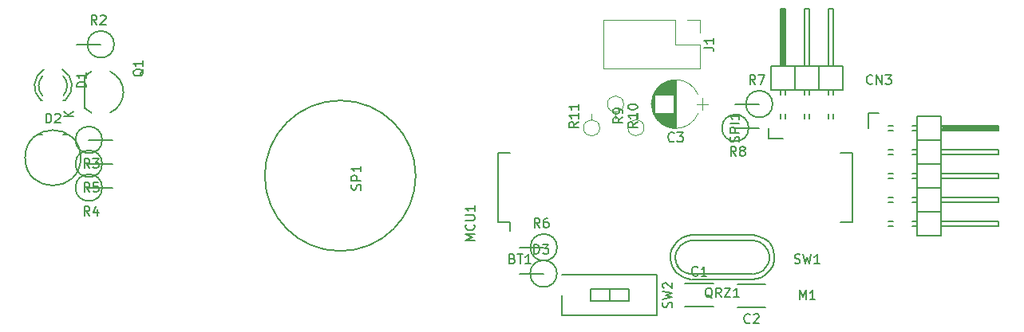
<source format=gbr>
G04 #@! TF.FileFunction,Legend,Top*
%FSLAX46Y46*%
G04 Gerber Fmt 4.6, Leading zero omitted, Abs format (unit mm)*
G04 Created by KiCad (PCBNEW 4.0.7-e2-6376~58~ubuntu14.04.1) date Tue Jan 30 14:29:15 2018*
%MOMM*%
%LPD*%
G01*
G04 APERTURE LIST*
%ADD10C,0.100000*%
%ADD11C,0.150000*%
%ADD12C,0.120000*%
G04 APERTURE END LIST*
D10*
D11*
X134370000Y-109875000D02*
X137370000Y-109875000D01*
X137370000Y-112375000D02*
X134370000Y-112375000D01*
X142921800Y-112425800D02*
X139921800Y-112425800D01*
X139921800Y-109925800D02*
X142921800Y-109925800D01*
X156464000Y-103759000D02*
X155956000Y-103759000D01*
X156464000Y-103251000D02*
X155956000Y-103251000D01*
X156464000Y-101219000D02*
X155956000Y-101219000D01*
X156464000Y-100711000D02*
X155956000Y-100711000D01*
X156464000Y-93091000D02*
X155956000Y-93091000D01*
X156464000Y-93599000D02*
X155956000Y-93599000D01*
X156464000Y-98679000D02*
X155956000Y-98679000D01*
X156464000Y-98171000D02*
X155956000Y-98171000D01*
X156464000Y-96139000D02*
X155956000Y-96139000D01*
X156464000Y-95631000D02*
X155956000Y-95631000D01*
X159004000Y-103759000D02*
X158496000Y-103759000D01*
X159004000Y-103251000D02*
X158496000Y-103251000D01*
X159004000Y-93091000D02*
X158496000Y-93091000D01*
X159004000Y-93599000D02*
X158496000Y-93599000D01*
X159004000Y-95631000D02*
X158496000Y-95631000D01*
X159004000Y-96139000D02*
X158496000Y-96139000D01*
X159004000Y-101219000D02*
X158496000Y-101219000D01*
X159004000Y-100711000D02*
X158496000Y-100711000D01*
X159004000Y-98679000D02*
X158496000Y-98679000D01*
X159004000Y-98171000D02*
X158496000Y-98171000D01*
X154940000Y-91795000D02*
X153790000Y-91795000D01*
X153790000Y-91795000D02*
X153790000Y-93345000D01*
X161544000Y-93218000D02*
X167513000Y-93218000D01*
X167513000Y-93218000D02*
X167513000Y-93472000D01*
X167513000Y-93472000D02*
X161671000Y-93472000D01*
X161671000Y-93472000D02*
X161671000Y-93345000D01*
X161671000Y-93345000D02*
X167513000Y-93345000D01*
X159004000Y-102235000D02*
X161544000Y-102235000D01*
X159004000Y-102235000D02*
X159004000Y-104775000D01*
X161544000Y-103251000D02*
X167640000Y-103251000D01*
X167640000Y-103251000D02*
X167640000Y-103759000D01*
X167640000Y-103759000D02*
X161544000Y-103759000D01*
X161544000Y-104775000D02*
X161544000Y-102235000D01*
X159004000Y-104775000D02*
X161544000Y-104775000D01*
X159004000Y-97155000D02*
X161544000Y-97155000D01*
X159004000Y-97155000D02*
X159004000Y-99695000D01*
X159004000Y-99695000D02*
X161544000Y-99695000D01*
X161544000Y-98171000D02*
X167640000Y-98171000D01*
X167640000Y-98171000D02*
X167640000Y-98679000D01*
X167640000Y-98679000D02*
X161544000Y-98679000D01*
X161544000Y-99695000D02*
X161544000Y-97155000D01*
X161544000Y-102235000D02*
X161544000Y-99695000D01*
X167640000Y-101219000D02*
X161544000Y-101219000D01*
X167640000Y-100711000D02*
X167640000Y-101219000D01*
X161544000Y-100711000D02*
X167640000Y-100711000D01*
X159004000Y-102235000D02*
X161544000Y-102235000D01*
X159004000Y-99695000D02*
X159004000Y-102235000D01*
X159004000Y-99695000D02*
X161544000Y-99695000D01*
X159004000Y-94615000D02*
X161544000Y-94615000D01*
X159004000Y-94615000D02*
X159004000Y-97155000D01*
X159004000Y-97155000D02*
X161544000Y-97155000D01*
X161544000Y-95631000D02*
X167640000Y-95631000D01*
X167640000Y-95631000D02*
X167640000Y-96139000D01*
X167640000Y-96139000D02*
X161544000Y-96139000D01*
X161544000Y-97155000D02*
X161544000Y-94615000D01*
X161544000Y-94615000D02*
X161544000Y-92075000D01*
X167640000Y-93599000D02*
X161544000Y-93599000D01*
X167640000Y-93091000D02*
X167640000Y-93599000D01*
X161544000Y-93091000D02*
X167640000Y-93091000D01*
X159004000Y-94615000D02*
X161544000Y-94615000D01*
X159004000Y-92075000D02*
X159004000Y-94615000D01*
X159004000Y-92075000D02*
X161544000Y-92075000D01*
X68624000Y-90369000D02*
X68424000Y-90369000D01*
X66030000Y-90369000D02*
X66210000Y-90369000D01*
X66340357Y-87141256D02*
G75*
G03X66024000Y-90369000I1003643J-1727744D01*
G01*
X66210932Y-87816994D02*
G75*
G03X66210000Y-89920000I1133068J-1052006D01*
G01*
X68650726Y-90356220D02*
G75*
G03X68304000Y-87119000I-1306726J1497220D01*
G01*
X68423253Y-89882889D02*
G75*
G03X68404000Y-87835000I-1079253J1013889D01*
G01*
X66210000Y-94020000D02*
X65760000Y-94020000D01*
X70260000Y-96520000D02*
G75*
G03X70260000Y-96520000I-2950000J0D01*
G01*
X68410000Y-94020000D02*
X68860000Y-94020000D01*
X114545000Y-103370000D02*
X115815000Y-103370000D01*
X114545000Y-96020000D02*
X115815000Y-96020000D01*
X152155000Y-96020000D02*
X150885000Y-96020000D01*
X152155000Y-103370000D02*
X150885000Y-103370000D01*
X114545000Y-103370000D02*
X114545000Y-96020000D01*
X152155000Y-103370000D02*
X152155000Y-96020000D01*
X115815000Y-103370000D02*
X115815000Y-104305000D01*
X71393010Y-87347305D02*
G75*
G03X70690000Y-87835000I996990J-2187695D01*
G01*
X71393010Y-91722695D02*
G75*
G02X70690000Y-91235000I996990J2187695D01*
G01*
X70690000Y-87835000D02*
X70690000Y-91235000D01*
X73383127Y-87350121D02*
G75*
G02X74790000Y-89535000I-993127J-2184879D01*
G01*
X73383127Y-91719879D02*
G75*
G03X74790000Y-89535000I-993127J2184879D01*
G01*
X133629400Y-108087160D02*
X133428740Y-107685840D01*
X133428740Y-107685840D02*
X133327140Y-107086400D01*
X133327140Y-107086400D02*
X133428740Y-106586020D01*
X133428740Y-106586020D02*
X133827520Y-105887520D01*
X133827520Y-105887520D02*
X134429500Y-105486200D01*
X134429500Y-105486200D02*
X135028940Y-105285540D01*
X135028940Y-105285540D02*
X141627860Y-105285540D01*
X141627860Y-105285540D02*
X142328900Y-105486200D01*
X142328900Y-105486200D02*
X142727680Y-105785920D01*
X142727680Y-105785920D02*
X143129000Y-106286300D01*
X143129000Y-106286300D02*
X143329660Y-106885740D01*
X143329660Y-106885740D02*
X143329660Y-107386120D01*
X143329660Y-107386120D02*
X143129000Y-107886500D01*
X143129000Y-107886500D02*
X142628620Y-108485940D01*
X142628620Y-108485940D02*
X142128240Y-108785660D01*
X142128240Y-108785660D02*
X141627860Y-108887260D01*
X141528800Y-108887260D02*
X134927340Y-108887260D01*
X134927340Y-108887260D02*
X134528560Y-108785660D01*
X134528560Y-108785660D02*
X134028180Y-108485940D01*
X134028180Y-108485940D02*
X133527800Y-107985560D01*
X141518640Y-109415580D02*
X141978380Y-109367320D01*
X141978380Y-109367320D02*
X142377160Y-109255560D01*
X142377160Y-109255560D02*
X142808960Y-109037120D01*
X142808960Y-109037120D02*
X143098520Y-108805980D01*
X143098520Y-108805980D02*
X143428720Y-108455460D01*
X143428720Y-108455460D02*
X143718280Y-107916980D01*
X143718280Y-107916980D02*
X143847820Y-107317540D01*
X143847820Y-107317540D02*
X143847820Y-106807000D01*
X143847820Y-106807000D02*
X143677640Y-106105960D01*
X143677640Y-106105960D02*
X143278860Y-105516680D01*
X143278860Y-105516680D02*
X142819120Y-105145840D01*
X142819120Y-105145840D02*
X142397480Y-104937560D01*
X142397480Y-104937560D02*
X141947900Y-104777540D01*
X141947900Y-104777540D02*
X141508480Y-104747060D01*
X134167880Y-104965500D02*
X133789420Y-105186480D01*
X133789420Y-105186480D02*
X133469380Y-105465880D01*
X133469380Y-105465880D02*
X133217920Y-105796080D01*
X133217920Y-105796080D02*
X132918200Y-106347260D01*
X132918200Y-106347260D02*
X132808980Y-106817160D01*
X132808980Y-106817160D02*
X132788660Y-107276900D01*
X132788660Y-107276900D02*
X132877560Y-107736640D01*
X132877560Y-107736640D02*
X133068060Y-108186220D01*
X133068060Y-108186220D02*
X133428740Y-108656120D01*
X133428740Y-108656120D02*
X133779260Y-108976160D01*
X133779260Y-108976160D02*
X134167880Y-109207300D01*
X134167880Y-109207300D02*
X134597140Y-109347000D01*
X134597140Y-109347000D02*
X135039100Y-109415580D01*
X141528800Y-104757220D02*
X135077200Y-104757220D01*
X135077200Y-104757220D02*
X134658100Y-104795320D01*
X134658100Y-104795320D02*
X134167880Y-104965500D01*
X141528800Y-109415580D02*
X135077200Y-109415580D01*
X72390000Y-84455000D02*
X69850000Y-84455000D01*
X73809903Y-84455000D02*
G75*
G03X73809903Y-84455000I-1419903J0D01*
G01*
X71120000Y-94615000D02*
X73660000Y-94615000D01*
X72539903Y-94615000D02*
G75*
G03X72539903Y-94615000I-1419903J0D01*
G01*
X71120000Y-99695000D02*
X73660000Y-99695000D01*
X72539903Y-99695000D02*
G75*
G03X72539903Y-99695000I-1419903J0D01*
G01*
X71120000Y-97155000D02*
X73660000Y-97155000D01*
X72539903Y-97155000D02*
G75*
G03X72539903Y-97155000I-1419903J0D01*
G01*
X119380000Y-106045000D02*
X116840000Y-106045000D01*
X120799903Y-106045000D02*
G75*
G03X120799903Y-106045000I-1419903J0D01*
G01*
X142240000Y-90805000D02*
X139700000Y-90805000D01*
X143659903Y-90805000D02*
G75*
G03X143659903Y-90805000I-1419903J0D01*
G01*
X139700000Y-93345000D02*
X142240000Y-93345000D01*
X141119903Y-93345000D02*
G75*
G03X141119903Y-93345000I-1419903J0D01*
G01*
X105794871Y-98425000D02*
G75*
G03X105794871Y-98425000I-8004871J0D01*
G01*
X150114000Y-91821000D02*
X150114000Y-92329000D01*
X149606000Y-91821000D02*
X149606000Y-92329000D01*
X147574000Y-91821000D02*
X147574000Y-92329000D01*
X147066000Y-91821000D02*
X147066000Y-92329000D01*
X145034000Y-91821000D02*
X145034000Y-92329000D01*
X144526000Y-91821000D02*
X144526000Y-92329000D01*
X147066000Y-89281000D02*
X147066000Y-89789000D01*
X147574000Y-89281000D02*
X147574000Y-89789000D01*
X149606000Y-89281000D02*
X149606000Y-89789000D01*
X150114000Y-89281000D02*
X150114000Y-89789000D01*
X144526000Y-89281000D02*
X144526000Y-89789000D01*
X145034000Y-89281000D02*
X145034000Y-89789000D01*
X143230000Y-93345000D02*
X143230000Y-94495000D01*
X143230000Y-94495000D02*
X144780000Y-94495000D01*
X144653000Y-86741000D02*
X144653000Y-80772000D01*
X144653000Y-80772000D02*
X144907000Y-80772000D01*
X144907000Y-80772000D02*
X144907000Y-86614000D01*
X144907000Y-86614000D02*
X144780000Y-86614000D01*
X144780000Y-86614000D02*
X144780000Y-80772000D01*
X146050000Y-89281000D02*
X148590000Y-89281000D01*
X148590000Y-89281000D02*
X148590000Y-86741000D01*
X147066000Y-86741000D02*
X147066000Y-80645000D01*
X147066000Y-80645000D02*
X147574000Y-80645000D01*
X147574000Y-80645000D02*
X147574000Y-86741000D01*
X148590000Y-86741000D02*
X146050000Y-86741000D01*
X151130000Y-89281000D02*
X151130000Y-86741000D01*
X151130000Y-86741000D02*
X148590000Y-86741000D01*
X150114000Y-80645000D02*
X150114000Y-86741000D01*
X149606000Y-80645000D02*
X150114000Y-80645000D01*
X149606000Y-86741000D02*
X149606000Y-80645000D01*
X151130000Y-89281000D02*
X151130000Y-86741000D01*
X148590000Y-89281000D02*
X151130000Y-89281000D01*
X148590000Y-89281000D02*
X148590000Y-86741000D01*
X146050000Y-89281000D02*
X146050000Y-86741000D01*
X146050000Y-86741000D02*
X143510000Y-86741000D01*
X145034000Y-80645000D02*
X145034000Y-86741000D01*
X144526000Y-80645000D02*
X145034000Y-80645000D01*
X144526000Y-86741000D02*
X144526000Y-80645000D01*
X146050000Y-89281000D02*
X146050000Y-86741000D01*
X143510000Y-89281000D02*
X146050000Y-89281000D01*
X143510000Y-89281000D02*
X143510000Y-86741000D01*
X131385000Y-108975000D02*
X131385000Y-113275000D01*
X121345000Y-111125000D02*
X121345000Y-113275000D01*
X131385000Y-108975000D02*
X121345000Y-108975000D01*
X131385000Y-113275000D02*
X121345000Y-113275000D01*
X126365000Y-110485000D02*
X126365000Y-111765000D01*
X128395000Y-110485000D02*
X124335000Y-110485000D01*
X124335000Y-110485000D02*
X124335000Y-111765000D01*
X124335000Y-111765000D02*
X128395000Y-111765000D01*
X128395000Y-111765000D02*
X128395000Y-110485000D01*
X119354600Y-108839000D02*
X116814600Y-108839000D01*
X120774503Y-108839000D02*
G75*
G03X120774503Y-108839000I-1419903J0D01*
G01*
D12*
X133350000Y-81855000D02*
X125670000Y-81855000D01*
X125670000Y-81855000D02*
X125670000Y-87055000D01*
X125670000Y-87055000D02*
X135950000Y-87055000D01*
X135950000Y-87055000D02*
X135950000Y-84455000D01*
X135950000Y-84455000D02*
X133350000Y-84455000D01*
X133350000Y-84455000D02*
X133350000Y-81855000D01*
X134620000Y-81855000D02*
X135950000Y-81855000D01*
X135950000Y-81855000D02*
X135950000Y-83185000D01*
X130019000Y-93319600D02*
G75*
G03X130019000Y-93319600I-860000J0D01*
G01*
X129159000Y-92459600D02*
X129159000Y-91779600D01*
X127860000Y-90805000D02*
G75*
G03X127860000Y-90805000I-860000J0D01*
G01*
X127000000Y-91665000D02*
X127000000Y-92345000D01*
X125320000Y-93345000D02*
G75*
G03X125320000Y-93345000I-860000J0D01*
G01*
X124460000Y-92485000D02*
X124460000Y-91805000D01*
X133370000Y-93355000D02*
X133370000Y-88255000D01*
X133330000Y-93355000D02*
X133330000Y-88255000D01*
X133290000Y-93354000D02*
X133290000Y-88256000D01*
X133250000Y-93353000D02*
X133250000Y-88257000D01*
X133210000Y-93351000D02*
X133210000Y-88259000D01*
X133170000Y-93348000D02*
X133170000Y-88262000D01*
X133130000Y-93344000D02*
X133130000Y-88266000D01*
X133090000Y-93340000D02*
X133090000Y-91785000D01*
X133090000Y-89825000D02*
X133090000Y-88270000D01*
X133050000Y-93336000D02*
X133050000Y-91785000D01*
X133050000Y-89825000D02*
X133050000Y-88274000D01*
X133010000Y-93330000D02*
X133010000Y-91785000D01*
X133010000Y-89825000D02*
X133010000Y-88280000D01*
X132970000Y-93324000D02*
X132970000Y-91785000D01*
X132970000Y-89825000D02*
X132970000Y-88286000D01*
X132930000Y-93318000D02*
X132930000Y-91785000D01*
X132930000Y-89825000D02*
X132930000Y-88292000D01*
X132890000Y-93311000D02*
X132890000Y-91785000D01*
X132890000Y-89825000D02*
X132890000Y-88299000D01*
X132850000Y-93303000D02*
X132850000Y-91785000D01*
X132850000Y-89825000D02*
X132850000Y-88307000D01*
X132810000Y-93294000D02*
X132810000Y-91785000D01*
X132810000Y-89825000D02*
X132810000Y-88316000D01*
X132770000Y-93285000D02*
X132770000Y-91785000D01*
X132770000Y-89825000D02*
X132770000Y-88325000D01*
X132730000Y-93275000D02*
X132730000Y-91785000D01*
X132730000Y-89825000D02*
X132730000Y-88335000D01*
X132690000Y-93265000D02*
X132690000Y-91785000D01*
X132690000Y-89825000D02*
X132690000Y-88345000D01*
X132649000Y-93253000D02*
X132649000Y-91785000D01*
X132649000Y-89825000D02*
X132649000Y-88357000D01*
X132609000Y-93241000D02*
X132609000Y-91785000D01*
X132609000Y-89825000D02*
X132609000Y-88369000D01*
X132569000Y-93229000D02*
X132569000Y-91785000D01*
X132569000Y-89825000D02*
X132569000Y-88381000D01*
X132529000Y-93215000D02*
X132529000Y-91785000D01*
X132529000Y-89825000D02*
X132529000Y-88395000D01*
X132489000Y-93201000D02*
X132489000Y-91785000D01*
X132489000Y-89825000D02*
X132489000Y-88409000D01*
X132449000Y-93187000D02*
X132449000Y-91785000D01*
X132449000Y-89825000D02*
X132449000Y-88423000D01*
X132409000Y-93171000D02*
X132409000Y-91785000D01*
X132409000Y-89825000D02*
X132409000Y-88439000D01*
X132369000Y-93155000D02*
X132369000Y-91785000D01*
X132369000Y-89825000D02*
X132369000Y-88455000D01*
X132329000Y-93138000D02*
X132329000Y-91785000D01*
X132329000Y-89825000D02*
X132329000Y-88472000D01*
X132289000Y-93120000D02*
X132289000Y-91785000D01*
X132289000Y-89825000D02*
X132289000Y-88490000D01*
X132249000Y-93101000D02*
X132249000Y-91785000D01*
X132249000Y-89825000D02*
X132249000Y-88509000D01*
X132209000Y-93081000D02*
X132209000Y-91785000D01*
X132209000Y-89825000D02*
X132209000Y-88529000D01*
X132169000Y-93061000D02*
X132169000Y-91785000D01*
X132169000Y-89825000D02*
X132169000Y-88549000D01*
X132129000Y-93039000D02*
X132129000Y-91785000D01*
X132129000Y-89825000D02*
X132129000Y-88571000D01*
X132089000Y-93017000D02*
X132089000Y-91785000D01*
X132089000Y-89825000D02*
X132089000Y-88593000D01*
X132049000Y-92994000D02*
X132049000Y-91785000D01*
X132049000Y-89825000D02*
X132049000Y-88616000D01*
X132009000Y-92970000D02*
X132009000Y-91785000D01*
X132009000Y-89825000D02*
X132009000Y-88640000D01*
X131969000Y-92945000D02*
X131969000Y-91785000D01*
X131969000Y-89825000D02*
X131969000Y-88665000D01*
X131929000Y-92918000D02*
X131929000Y-91785000D01*
X131929000Y-89825000D02*
X131929000Y-88692000D01*
X131889000Y-92891000D02*
X131889000Y-91785000D01*
X131889000Y-89825000D02*
X131889000Y-88719000D01*
X131849000Y-92863000D02*
X131849000Y-91785000D01*
X131849000Y-89825000D02*
X131849000Y-88747000D01*
X131809000Y-92833000D02*
X131809000Y-91785000D01*
X131809000Y-89825000D02*
X131809000Y-88777000D01*
X131769000Y-92802000D02*
X131769000Y-91785000D01*
X131769000Y-89825000D02*
X131769000Y-88808000D01*
X131729000Y-92770000D02*
X131729000Y-91785000D01*
X131729000Y-89825000D02*
X131729000Y-88840000D01*
X131689000Y-92737000D02*
X131689000Y-91785000D01*
X131689000Y-89825000D02*
X131689000Y-88873000D01*
X131649000Y-92702000D02*
X131649000Y-91785000D01*
X131649000Y-89825000D02*
X131649000Y-88908000D01*
X131609000Y-92666000D02*
X131609000Y-91785000D01*
X131609000Y-89825000D02*
X131609000Y-88944000D01*
X131569000Y-92628000D02*
X131569000Y-91785000D01*
X131569000Y-89825000D02*
X131569000Y-88982000D01*
X131529000Y-92588000D02*
X131529000Y-91785000D01*
X131529000Y-89825000D02*
X131529000Y-89022000D01*
X131489000Y-92547000D02*
X131489000Y-91785000D01*
X131489000Y-89825000D02*
X131489000Y-89063000D01*
X131449000Y-92504000D02*
X131449000Y-91785000D01*
X131449000Y-89825000D02*
X131449000Y-89106000D01*
X131409000Y-92459000D02*
X131409000Y-91785000D01*
X131409000Y-89825000D02*
X131409000Y-89151000D01*
X131369000Y-92411000D02*
X131369000Y-91785000D01*
X131369000Y-89825000D02*
X131369000Y-89199000D01*
X131329000Y-92361000D02*
X131329000Y-91785000D01*
X131329000Y-89825000D02*
X131329000Y-89249000D01*
X131289000Y-92309000D02*
X131289000Y-91785000D01*
X131289000Y-89825000D02*
X131289000Y-89301000D01*
X131249000Y-92253000D02*
X131249000Y-91785000D01*
X131249000Y-89825000D02*
X131249000Y-89357000D01*
X131209000Y-92195000D02*
X131209000Y-91785000D01*
X131209000Y-89825000D02*
X131209000Y-89415000D01*
X131169000Y-92132000D02*
X131169000Y-91785000D01*
X131169000Y-89825000D02*
X131169000Y-89478000D01*
X131129000Y-92066000D02*
X131129000Y-89544000D01*
X131089000Y-91994000D02*
X131089000Y-89616000D01*
X131049000Y-91917000D02*
X131049000Y-89693000D01*
X131009000Y-91833000D02*
X131009000Y-89777000D01*
X130969000Y-91739000D02*
X130969000Y-89871000D01*
X130929000Y-91634000D02*
X130929000Y-89976000D01*
X130889000Y-91512000D02*
X130889000Y-90098000D01*
X130849000Y-91364000D02*
X130849000Y-90246000D01*
X130809000Y-91159000D02*
X130809000Y-90451000D01*
X136820000Y-90805000D02*
X135620000Y-90805000D01*
X136220000Y-91455000D02*
X136220000Y-90155000D01*
X130973137Y-91786400D02*
G75*
G03X135767436Y-91785000I2396863J981400D01*
G01*
X130973137Y-89823600D02*
G75*
G02X135767436Y-89825000I2396863J-981400D01*
G01*
X130973137Y-89823600D02*
G75*
G03X130972564Y-91785000I2396863J-981400D01*
G01*
D11*
X135703334Y-108982143D02*
X135655715Y-109029762D01*
X135512858Y-109077381D01*
X135417620Y-109077381D01*
X135274762Y-109029762D01*
X135179524Y-108934524D01*
X135131905Y-108839286D01*
X135084286Y-108648810D01*
X135084286Y-108505952D01*
X135131905Y-108315476D01*
X135179524Y-108220238D01*
X135274762Y-108125000D01*
X135417620Y-108077381D01*
X135512858Y-108077381D01*
X135655715Y-108125000D01*
X135703334Y-108172619D01*
X136655715Y-109077381D02*
X136084286Y-109077381D01*
X136370000Y-109077381D02*
X136370000Y-108077381D01*
X136274762Y-108220238D01*
X136179524Y-108315476D01*
X136084286Y-108363095D01*
X141255134Y-114032943D02*
X141207515Y-114080562D01*
X141064658Y-114128181D01*
X140969420Y-114128181D01*
X140826562Y-114080562D01*
X140731324Y-113985324D01*
X140683705Y-113890086D01*
X140636086Y-113699610D01*
X140636086Y-113556752D01*
X140683705Y-113366276D01*
X140731324Y-113271038D01*
X140826562Y-113175800D01*
X140969420Y-113128181D01*
X141064658Y-113128181D01*
X141207515Y-113175800D01*
X141255134Y-113223419D01*
X141636086Y-113223419D02*
X141683705Y-113175800D01*
X141778943Y-113128181D01*
X142017039Y-113128181D01*
X142112277Y-113175800D01*
X142159896Y-113223419D01*
X142207515Y-113318657D01*
X142207515Y-113413895D01*
X142159896Y-113556752D01*
X141588467Y-114128181D01*
X142207515Y-114128181D01*
X154249524Y-88602143D02*
X154201905Y-88649762D01*
X154059048Y-88697381D01*
X153963810Y-88697381D01*
X153820952Y-88649762D01*
X153725714Y-88554524D01*
X153678095Y-88459286D01*
X153630476Y-88268810D01*
X153630476Y-88125952D01*
X153678095Y-87935476D01*
X153725714Y-87840238D01*
X153820952Y-87745000D01*
X153963810Y-87697381D01*
X154059048Y-87697381D01*
X154201905Y-87745000D01*
X154249524Y-87792619D01*
X154678095Y-88697381D02*
X154678095Y-87697381D01*
X155249524Y-88697381D01*
X155249524Y-87697381D01*
X155630476Y-87697381D02*
X156249524Y-87697381D01*
X155916190Y-88078333D01*
X156059048Y-88078333D01*
X156154286Y-88125952D01*
X156201905Y-88173571D01*
X156249524Y-88268810D01*
X156249524Y-88506905D01*
X156201905Y-88602143D01*
X156154286Y-88649762D01*
X156059048Y-88697381D01*
X155773333Y-88697381D01*
X155678095Y-88649762D01*
X155630476Y-88602143D01*
X70822381Y-88998095D02*
X69822381Y-88998095D01*
X69822381Y-88760000D01*
X69870000Y-88617142D01*
X69965238Y-88521904D01*
X70060476Y-88474285D01*
X70250952Y-88426666D01*
X70393810Y-88426666D01*
X70584286Y-88474285D01*
X70679524Y-88521904D01*
X70774762Y-88617142D01*
X70822381Y-88760000D01*
X70822381Y-88998095D01*
X70822381Y-87474285D02*
X70822381Y-88045714D01*
X70822381Y-87760000D02*
X69822381Y-87760000D01*
X69965238Y-87855238D01*
X70060476Y-87950476D01*
X70108095Y-88045714D01*
X69502381Y-92121905D02*
X68502381Y-92121905D01*
X69502381Y-91550476D02*
X68930952Y-91979048D01*
X68502381Y-91550476D02*
X69073810Y-92121905D01*
X66571905Y-92817381D02*
X66571905Y-91817381D01*
X66810000Y-91817381D01*
X66952858Y-91865000D01*
X67048096Y-91960238D01*
X67095715Y-92055476D01*
X67143334Y-92245952D01*
X67143334Y-92388810D01*
X67095715Y-92579286D01*
X67048096Y-92674524D01*
X66952858Y-92769762D01*
X66810000Y-92817381D01*
X66571905Y-92817381D01*
X67524286Y-91912619D02*
X67571905Y-91865000D01*
X67667143Y-91817381D01*
X67905239Y-91817381D01*
X68000477Y-91865000D01*
X68048096Y-91912619D01*
X68095715Y-92007857D01*
X68095715Y-92103095D01*
X68048096Y-92245952D01*
X67476667Y-92817381D01*
X68095715Y-92817381D01*
X112072381Y-105338333D02*
X111072381Y-105338333D01*
X111786667Y-105004999D01*
X111072381Y-104671666D01*
X112072381Y-104671666D01*
X111977143Y-103624047D02*
X112024762Y-103671666D01*
X112072381Y-103814523D01*
X112072381Y-103909761D01*
X112024762Y-104052619D01*
X111929524Y-104147857D01*
X111834286Y-104195476D01*
X111643810Y-104243095D01*
X111500952Y-104243095D01*
X111310476Y-104195476D01*
X111215238Y-104147857D01*
X111120000Y-104052619D01*
X111072381Y-103909761D01*
X111072381Y-103814523D01*
X111120000Y-103671666D01*
X111167619Y-103624047D01*
X111072381Y-103195476D02*
X111881905Y-103195476D01*
X111977143Y-103147857D01*
X112024762Y-103100238D01*
X112072381Y-103005000D01*
X112072381Y-102814523D01*
X112024762Y-102719285D01*
X111977143Y-102671666D01*
X111881905Y-102624047D01*
X111072381Y-102624047D01*
X112072381Y-101624047D02*
X112072381Y-102195476D01*
X112072381Y-101909762D02*
X111072381Y-101909762D01*
X111215238Y-102005000D01*
X111310476Y-102100238D01*
X111358095Y-102195476D01*
X76937619Y-87090238D02*
X76890000Y-87185476D01*
X76794762Y-87280714D01*
X76651905Y-87423571D01*
X76604286Y-87518810D01*
X76604286Y-87614048D01*
X76842381Y-87566429D02*
X76794762Y-87661667D01*
X76699524Y-87756905D01*
X76509048Y-87804524D01*
X76175714Y-87804524D01*
X75985238Y-87756905D01*
X75890000Y-87661667D01*
X75842381Y-87566429D01*
X75842381Y-87375952D01*
X75890000Y-87280714D01*
X75985238Y-87185476D01*
X76175714Y-87137857D01*
X76509048Y-87137857D01*
X76699524Y-87185476D01*
X76794762Y-87280714D01*
X76842381Y-87375952D01*
X76842381Y-87566429D01*
X76842381Y-86185476D02*
X76842381Y-86756905D01*
X76842381Y-86471191D02*
X75842381Y-86471191D01*
X75985238Y-86566429D01*
X76080476Y-86661667D01*
X76128095Y-86756905D01*
X137256972Y-111444019D02*
X137161734Y-111396400D01*
X137066496Y-111301162D01*
X136923639Y-111158305D01*
X136828400Y-111110686D01*
X136733162Y-111110686D01*
X136780781Y-111348781D02*
X136685543Y-111301162D01*
X136590305Y-111205924D01*
X136542686Y-111015448D01*
X136542686Y-110682114D01*
X136590305Y-110491638D01*
X136685543Y-110396400D01*
X136780781Y-110348781D01*
X136971258Y-110348781D01*
X137066496Y-110396400D01*
X137161734Y-110491638D01*
X137209353Y-110682114D01*
X137209353Y-111015448D01*
X137161734Y-111205924D01*
X137066496Y-111301162D01*
X136971258Y-111348781D01*
X136780781Y-111348781D01*
X138209353Y-111348781D02*
X137876019Y-110872590D01*
X137637924Y-111348781D02*
X137637924Y-110348781D01*
X138018877Y-110348781D01*
X138114115Y-110396400D01*
X138161734Y-110444019D01*
X138209353Y-110539257D01*
X138209353Y-110682114D01*
X138161734Y-110777352D01*
X138114115Y-110824971D01*
X138018877Y-110872590D01*
X137637924Y-110872590D01*
X138542686Y-110348781D02*
X139209353Y-110348781D01*
X138542686Y-111348781D01*
X139209353Y-111348781D01*
X140114115Y-111348781D02*
X139542686Y-111348781D01*
X139828400Y-111348781D02*
X139828400Y-110348781D01*
X139733162Y-110491638D01*
X139637924Y-110586876D01*
X139542686Y-110634495D01*
X71969334Y-82367381D02*
X71636000Y-81891190D01*
X71397905Y-82367381D02*
X71397905Y-81367381D01*
X71778858Y-81367381D01*
X71874096Y-81415000D01*
X71921715Y-81462619D01*
X71969334Y-81557857D01*
X71969334Y-81700714D01*
X71921715Y-81795952D01*
X71874096Y-81843571D01*
X71778858Y-81891190D01*
X71397905Y-81891190D01*
X72350286Y-81462619D02*
X72397905Y-81415000D01*
X72493143Y-81367381D01*
X72731239Y-81367381D01*
X72826477Y-81415000D01*
X72874096Y-81462619D01*
X72921715Y-81557857D01*
X72921715Y-81653095D01*
X72874096Y-81795952D01*
X72302667Y-82367381D01*
X72921715Y-82367381D01*
X71207334Y-97607381D02*
X70874000Y-97131190D01*
X70635905Y-97607381D02*
X70635905Y-96607381D01*
X71016858Y-96607381D01*
X71112096Y-96655000D01*
X71159715Y-96702619D01*
X71207334Y-96797857D01*
X71207334Y-96940714D01*
X71159715Y-97035952D01*
X71112096Y-97083571D01*
X71016858Y-97131190D01*
X70635905Y-97131190D01*
X71540667Y-96607381D02*
X72159715Y-96607381D01*
X71826381Y-96988333D01*
X71969239Y-96988333D01*
X72064477Y-97035952D01*
X72112096Y-97083571D01*
X72159715Y-97178810D01*
X72159715Y-97416905D01*
X72112096Y-97512143D01*
X72064477Y-97559762D01*
X71969239Y-97607381D01*
X71683524Y-97607381D01*
X71588286Y-97559762D01*
X71540667Y-97512143D01*
X71207334Y-102687381D02*
X70874000Y-102211190D01*
X70635905Y-102687381D02*
X70635905Y-101687381D01*
X71016858Y-101687381D01*
X71112096Y-101735000D01*
X71159715Y-101782619D01*
X71207334Y-101877857D01*
X71207334Y-102020714D01*
X71159715Y-102115952D01*
X71112096Y-102163571D01*
X71016858Y-102211190D01*
X70635905Y-102211190D01*
X72064477Y-102020714D02*
X72064477Y-102687381D01*
X71826381Y-101639762D02*
X71588286Y-102354048D01*
X72207334Y-102354048D01*
X71207334Y-100147381D02*
X70874000Y-99671190D01*
X70635905Y-100147381D02*
X70635905Y-99147381D01*
X71016858Y-99147381D01*
X71112096Y-99195000D01*
X71159715Y-99242619D01*
X71207334Y-99337857D01*
X71207334Y-99480714D01*
X71159715Y-99575952D01*
X71112096Y-99623571D01*
X71016858Y-99671190D01*
X70635905Y-99671190D01*
X72112096Y-99147381D02*
X71635905Y-99147381D01*
X71588286Y-99623571D01*
X71635905Y-99575952D01*
X71731143Y-99528333D01*
X71969239Y-99528333D01*
X72064477Y-99575952D01*
X72112096Y-99623571D01*
X72159715Y-99718810D01*
X72159715Y-99956905D01*
X72112096Y-100052143D01*
X72064477Y-100099762D01*
X71969239Y-100147381D01*
X71731143Y-100147381D01*
X71635905Y-100099762D01*
X71588286Y-100052143D01*
X118959334Y-103957381D02*
X118626000Y-103481190D01*
X118387905Y-103957381D02*
X118387905Y-102957381D01*
X118768858Y-102957381D01*
X118864096Y-103005000D01*
X118911715Y-103052619D01*
X118959334Y-103147857D01*
X118959334Y-103290714D01*
X118911715Y-103385952D01*
X118864096Y-103433571D01*
X118768858Y-103481190D01*
X118387905Y-103481190D01*
X119816477Y-102957381D02*
X119626000Y-102957381D01*
X119530762Y-103005000D01*
X119483143Y-103052619D01*
X119387905Y-103195476D01*
X119340286Y-103385952D01*
X119340286Y-103766905D01*
X119387905Y-103862143D01*
X119435524Y-103909762D01*
X119530762Y-103957381D01*
X119721239Y-103957381D01*
X119816477Y-103909762D01*
X119864096Y-103862143D01*
X119911715Y-103766905D01*
X119911715Y-103528810D01*
X119864096Y-103433571D01*
X119816477Y-103385952D01*
X119721239Y-103338333D01*
X119530762Y-103338333D01*
X119435524Y-103385952D01*
X119387905Y-103433571D01*
X119340286Y-103528810D01*
X141819334Y-88717381D02*
X141486000Y-88241190D01*
X141247905Y-88717381D02*
X141247905Y-87717381D01*
X141628858Y-87717381D01*
X141724096Y-87765000D01*
X141771715Y-87812619D01*
X141819334Y-87907857D01*
X141819334Y-88050714D01*
X141771715Y-88145952D01*
X141724096Y-88193571D01*
X141628858Y-88241190D01*
X141247905Y-88241190D01*
X142152667Y-87717381D02*
X142819334Y-87717381D01*
X142390762Y-88717381D01*
X139787334Y-96337381D02*
X139454000Y-95861190D01*
X139215905Y-96337381D02*
X139215905Y-95337381D01*
X139596858Y-95337381D01*
X139692096Y-95385000D01*
X139739715Y-95432619D01*
X139787334Y-95527857D01*
X139787334Y-95670714D01*
X139739715Y-95765952D01*
X139692096Y-95813571D01*
X139596858Y-95861190D01*
X139215905Y-95861190D01*
X140358762Y-95765952D02*
X140263524Y-95718333D01*
X140215905Y-95670714D01*
X140168286Y-95575476D01*
X140168286Y-95527857D01*
X140215905Y-95432619D01*
X140263524Y-95385000D01*
X140358762Y-95337381D01*
X140549239Y-95337381D01*
X140644477Y-95385000D01*
X140692096Y-95432619D01*
X140739715Y-95527857D01*
X140739715Y-95575476D01*
X140692096Y-95670714D01*
X140644477Y-95718333D01*
X140549239Y-95765952D01*
X140358762Y-95765952D01*
X140263524Y-95813571D01*
X140215905Y-95861190D01*
X140168286Y-95956429D01*
X140168286Y-96146905D01*
X140215905Y-96242143D01*
X140263524Y-96289762D01*
X140358762Y-96337381D01*
X140549239Y-96337381D01*
X140644477Y-96289762D01*
X140692096Y-96242143D01*
X140739715Y-96146905D01*
X140739715Y-95956429D01*
X140692096Y-95861190D01*
X140644477Y-95813571D01*
X140549239Y-95765952D01*
X99944822Y-99935825D02*
X99992441Y-99792968D01*
X99992441Y-99554872D01*
X99944822Y-99459634D01*
X99897203Y-99412015D01*
X99801965Y-99364396D01*
X99706727Y-99364396D01*
X99611489Y-99412015D01*
X99563870Y-99459634D01*
X99516250Y-99554872D01*
X99468631Y-99745349D01*
X99421012Y-99840587D01*
X99373393Y-99888206D01*
X99278155Y-99935825D01*
X99182917Y-99935825D01*
X99087679Y-99888206D01*
X99040060Y-99840587D01*
X98992441Y-99745349D01*
X98992441Y-99507253D01*
X99040060Y-99364396D01*
X99992441Y-98935825D02*
X98992441Y-98935825D01*
X98992441Y-98554872D01*
X99040060Y-98459634D01*
X99087679Y-98412015D01*
X99182917Y-98364396D01*
X99325774Y-98364396D01*
X99421012Y-98412015D01*
X99468631Y-98459634D01*
X99516250Y-98554872D01*
X99516250Y-98935825D01*
X99992441Y-97412015D02*
X99992441Y-97983444D01*
X99992441Y-97697730D02*
X98992441Y-97697730D01*
X99135298Y-97792968D01*
X99230536Y-97888206D01*
X99278155Y-97983444D01*
X140084762Y-94845000D02*
X140132381Y-94702143D01*
X140132381Y-94464047D01*
X140084762Y-94368809D01*
X140037143Y-94321190D01*
X139941905Y-94273571D01*
X139846667Y-94273571D01*
X139751429Y-94321190D01*
X139703810Y-94368809D01*
X139656190Y-94464047D01*
X139608571Y-94654524D01*
X139560952Y-94749762D01*
X139513333Y-94797381D01*
X139418095Y-94845000D01*
X139322857Y-94845000D01*
X139227619Y-94797381D01*
X139180000Y-94749762D01*
X139132381Y-94654524D01*
X139132381Y-94416428D01*
X139180000Y-94273571D01*
X140132381Y-93845000D02*
X139132381Y-93845000D01*
X139132381Y-93464047D01*
X139180000Y-93368809D01*
X139227619Y-93321190D01*
X139322857Y-93273571D01*
X139465714Y-93273571D01*
X139560952Y-93321190D01*
X139608571Y-93368809D01*
X139656190Y-93464047D01*
X139656190Y-93845000D01*
X140132381Y-92845000D02*
X139132381Y-92845000D01*
X140132381Y-91845000D02*
X140132381Y-92416429D01*
X140132381Y-92130715D02*
X139132381Y-92130715D01*
X139275238Y-92225953D01*
X139370476Y-92321191D01*
X139418095Y-92416429D01*
X132959762Y-112458333D02*
X133007381Y-112315476D01*
X133007381Y-112077380D01*
X132959762Y-111982142D01*
X132912143Y-111934523D01*
X132816905Y-111886904D01*
X132721667Y-111886904D01*
X132626429Y-111934523D01*
X132578810Y-111982142D01*
X132531190Y-112077380D01*
X132483571Y-112267857D01*
X132435952Y-112363095D01*
X132388333Y-112410714D01*
X132293095Y-112458333D01*
X132197857Y-112458333D01*
X132102619Y-112410714D01*
X132055000Y-112363095D01*
X132007381Y-112267857D01*
X132007381Y-112029761D01*
X132055000Y-111886904D01*
X132007381Y-111553571D02*
X133007381Y-111315476D01*
X132293095Y-111124999D01*
X133007381Y-110934523D01*
X132007381Y-110696428D01*
X132102619Y-110363095D02*
X132055000Y-110315476D01*
X132007381Y-110220238D01*
X132007381Y-109982142D01*
X132055000Y-109886904D01*
X132102619Y-109839285D01*
X132197857Y-109791666D01*
X132293095Y-109791666D01*
X132435952Y-109839285D01*
X133007381Y-110410714D01*
X133007381Y-109791666D01*
X145986667Y-107719762D02*
X146129524Y-107767381D01*
X146367620Y-107767381D01*
X146462858Y-107719762D01*
X146510477Y-107672143D01*
X146558096Y-107576905D01*
X146558096Y-107481667D01*
X146510477Y-107386429D01*
X146462858Y-107338810D01*
X146367620Y-107291190D01*
X146177143Y-107243571D01*
X146081905Y-107195952D01*
X146034286Y-107148333D01*
X145986667Y-107053095D01*
X145986667Y-106957857D01*
X146034286Y-106862619D01*
X146081905Y-106815000D01*
X146177143Y-106767381D01*
X146415239Y-106767381D01*
X146558096Y-106815000D01*
X146891429Y-106767381D02*
X147129524Y-107767381D01*
X147320001Y-107053095D01*
X147510477Y-107767381D01*
X147748572Y-106767381D01*
X148653334Y-107767381D02*
X148081905Y-107767381D01*
X148367619Y-107767381D02*
X148367619Y-106767381D01*
X148272381Y-106910238D01*
X148177143Y-107005476D01*
X148081905Y-107053095D01*
X116054286Y-107243571D02*
X116197143Y-107291190D01*
X116244762Y-107338810D01*
X116292381Y-107434048D01*
X116292381Y-107576905D01*
X116244762Y-107672143D01*
X116197143Y-107719762D01*
X116101905Y-107767381D01*
X115720952Y-107767381D01*
X115720952Y-106767381D01*
X116054286Y-106767381D01*
X116149524Y-106815000D01*
X116197143Y-106862619D01*
X116244762Y-106957857D01*
X116244762Y-107053095D01*
X116197143Y-107148333D01*
X116149524Y-107195952D01*
X116054286Y-107243571D01*
X115720952Y-107243571D01*
X116578095Y-106767381D02*
X117149524Y-106767381D01*
X116863809Y-107767381D02*
X116863809Y-106767381D01*
X118006667Y-107767381D02*
X117435238Y-107767381D01*
X117720952Y-107767381D02*
X117720952Y-106767381D01*
X117625714Y-106910238D01*
X117530476Y-107005476D01*
X117435238Y-107053095D01*
X146510476Y-111577381D02*
X146510476Y-110577381D01*
X146843810Y-111291667D01*
X147177143Y-110577381D01*
X147177143Y-111577381D01*
X148177143Y-111577381D02*
X147605714Y-111577381D01*
X147891428Y-111577381D02*
X147891428Y-110577381D01*
X147796190Y-110720238D01*
X147700952Y-110815476D01*
X147605714Y-110863095D01*
X118362505Y-106751381D02*
X118362505Y-105751381D01*
X118600600Y-105751381D01*
X118743458Y-105799000D01*
X118838696Y-105894238D01*
X118886315Y-105989476D01*
X118933934Y-106179952D01*
X118933934Y-106322810D01*
X118886315Y-106513286D01*
X118838696Y-106608524D01*
X118743458Y-106703762D01*
X118600600Y-106751381D01*
X118362505Y-106751381D01*
X119267267Y-105751381D02*
X119886315Y-105751381D01*
X119552981Y-106132333D01*
X119695839Y-106132333D01*
X119791077Y-106179952D01*
X119838696Y-106227571D01*
X119886315Y-106322810D01*
X119886315Y-106560905D01*
X119838696Y-106656143D01*
X119791077Y-106703762D01*
X119695839Y-106751381D01*
X119410124Y-106751381D01*
X119314886Y-106703762D01*
X119267267Y-106656143D01*
X136402381Y-84788333D02*
X137116667Y-84788333D01*
X137259524Y-84835953D01*
X137354762Y-84931191D01*
X137402381Y-85074048D01*
X137402381Y-85169286D01*
X137402381Y-83788333D02*
X137402381Y-84359762D01*
X137402381Y-84074048D02*
X136402381Y-84074048D01*
X136545238Y-84169286D01*
X136640476Y-84264524D01*
X136688095Y-84359762D01*
X127751381Y-92216266D02*
X127275190Y-92549600D01*
X127751381Y-92787695D02*
X126751381Y-92787695D01*
X126751381Y-92406742D01*
X126799000Y-92311504D01*
X126846619Y-92263885D01*
X126941857Y-92216266D01*
X127084714Y-92216266D01*
X127179952Y-92263885D01*
X127227571Y-92311504D01*
X127275190Y-92406742D01*
X127275190Y-92787695D01*
X127751381Y-91740076D02*
X127751381Y-91549600D01*
X127703762Y-91454361D01*
X127656143Y-91406742D01*
X127513286Y-91311504D01*
X127322810Y-91263885D01*
X126941857Y-91263885D01*
X126846619Y-91311504D01*
X126799000Y-91359123D01*
X126751381Y-91454361D01*
X126751381Y-91644838D01*
X126799000Y-91740076D01*
X126846619Y-91787695D01*
X126941857Y-91835314D01*
X127179952Y-91835314D01*
X127275190Y-91787695D01*
X127322810Y-91740076D01*
X127370429Y-91644838D01*
X127370429Y-91454361D01*
X127322810Y-91359123D01*
X127275190Y-91311504D01*
X127179952Y-91263885D01*
X129312381Y-92717857D02*
X128836190Y-93051191D01*
X129312381Y-93289286D02*
X128312381Y-93289286D01*
X128312381Y-92908333D01*
X128360000Y-92813095D01*
X128407619Y-92765476D01*
X128502857Y-92717857D01*
X128645714Y-92717857D01*
X128740952Y-92765476D01*
X128788571Y-92813095D01*
X128836190Y-92908333D01*
X128836190Y-93289286D01*
X129312381Y-91765476D02*
X129312381Y-92336905D01*
X129312381Y-92051191D02*
X128312381Y-92051191D01*
X128455238Y-92146429D01*
X128550476Y-92241667D01*
X128598095Y-92336905D01*
X128312381Y-91146429D02*
X128312381Y-91051190D01*
X128360000Y-90955952D01*
X128407619Y-90908333D01*
X128502857Y-90860714D01*
X128693333Y-90813095D01*
X128931429Y-90813095D01*
X129121905Y-90860714D01*
X129217143Y-90908333D01*
X129264762Y-90955952D01*
X129312381Y-91051190D01*
X129312381Y-91146429D01*
X129264762Y-91241667D01*
X129217143Y-91289286D01*
X129121905Y-91336905D01*
X128931429Y-91384524D01*
X128693333Y-91384524D01*
X128502857Y-91336905D01*
X128407619Y-91289286D01*
X128360000Y-91241667D01*
X128312381Y-91146429D01*
X123052381Y-92717857D02*
X122576190Y-93051191D01*
X123052381Y-93289286D02*
X122052381Y-93289286D01*
X122052381Y-92908333D01*
X122100000Y-92813095D01*
X122147619Y-92765476D01*
X122242857Y-92717857D01*
X122385714Y-92717857D01*
X122480952Y-92765476D01*
X122528571Y-92813095D01*
X122576190Y-92908333D01*
X122576190Y-93289286D01*
X123052381Y-91765476D02*
X123052381Y-92336905D01*
X123052381Y-92051191D02*
X122052381Y-92051191D01*
X122195238Y-92146429D01*
X122290476Y-92241667D01*
X122338095Y-92336905D01*
X123052381Y-90813095D02*
X123052381Y-91384524D01*
X123052381Y-91098810D02*
X122052381Y-91098810D01*
X122195238Y-91194048D01*
X122290476Y-91289286D01*
X122338095Y-91384524D01*
X133203334Y-94722143D02*
X133155715Y-94769762D01*
X133012858Y-94817381D01*
X132917620Y-94817381D01*
X132774762Y-94769762D01*
X132679524Y-94674524D01*
X132631905Y-94579286D01*
X132584286Y-94388810D01*
X132584286Y-94245952D01*
X132631905Y-94055476D01*
X132679524Y-93960238D01*
X132774762Y-93865000D01*
X132917620Y-93817381D01*
X133012858Y-93817381D01*
X133155715Y-93865000D01*
X133203334Y-93912619D01*
X133536667Y-93817381D02*
X134155715Y-93817381D01*
X133822381Y-94198333D01*
X133965239Y-94198333D01*
X134060477Y-94245952D01*
X134108096Y-94293571D01*
X134155715Y-94388810D01*
X134155715Y-94626905D01*
X134108096Y-94722143D01*
X134060477Y-94769762D01*
X133965239Y-94817381D01*
X133679524Y-94817381D01*
X133584286Y-94769762D01*
X133536667Y-94722143D01*
M02*

</source>
